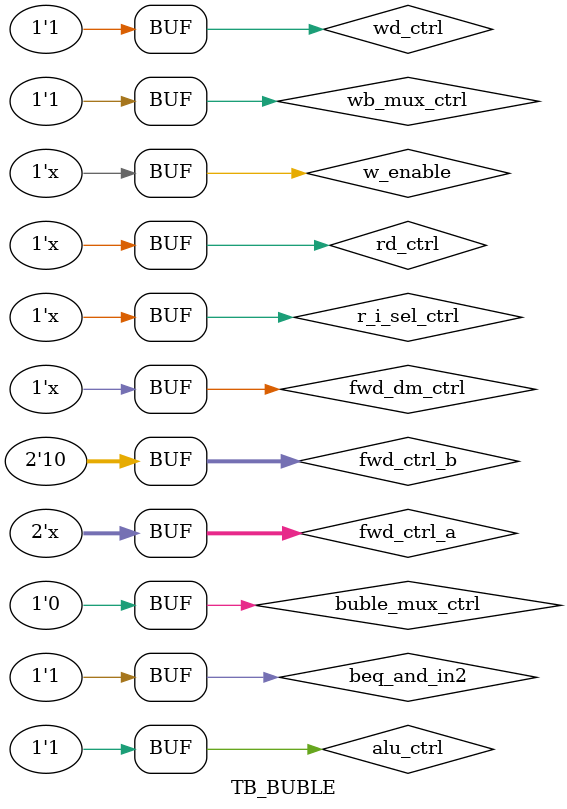
<source format=v>
module TB_BUBLE();
reg w_enable,alu_ctrl,buble_mux_ctrl,r_i_sel_ctrl,rd_ctrl,wd_ctrl,wb_mux_ctrl,fwd_dm_ctrl,beq_and_in2;
reg [1:0] fwd_ctrl_a,fwd_ctrl_b;
wire o_w_enable,o_alu_ctrl,o_r_i_sel_ctrl,o_rd_ctrl,o_wd_ctrl,o_wb_mux_ctrl,o_fwd_dm_ctrl,o_beq_and_in2;
wire [1:0] o_fwd_ctrl_a,o_fwd_ctrl_b;

 BUBLE BUB(w_enable,alu_ctrl,buble_mux_ctrl,r_i_sel_ctrl,rd_ctrl,wd_ctrl,wb_mux_ctrl,fwd_dm_ctrl,beq_and_in2, 
fwd_ctrl_a,fwd_ctrl_b,o_w_enable,o_alu_ctrl,o_r_i_sel_ctrl,o_rd_ctrl,o_wd_ctrl,o_wb_mux_ctrl,
o_fwd_dm_ctrl,o_beq_and_in2,o_fwd_ctrl_a,o_fwd_ctrl_b);

initial
begin
#100
buble_mux_ctrl = 1'b1;
w_enable = 1'b1;
alu_ctrl = 1'b1;
r_i_sel_ctrl = 1'b1;
rd_ctrl = 1'b1;
wd_ctrl = 1'b1;
wb_mux_ctrl = 1'b1;
fwd_dm_ctrl = 1'b1;
beq_and_in2 = 1'b1;
fwd_ctrl_a = 2'b10;
fwd_ctrl_b = 2'b10;


#100
buble_mux_ctrl = 1'b0;
w_enable = 1'b1;
alu_ctrl = 1'b1;
r_i_sel_ctrl = 1'b1;
rd_ctrl = 1'b1;
wd_ctrl = 1'b1;
wb_mux_ctrl = 1'b1;
fwd_dm_ctrl = 1'b1;
beq_and_in2 = 1'b1;
fwd_ctrl_a = 2'b10;
fwd_ctrl_b = 2'b10;

#100
buble_mux_ctrl = 1'bX;
w_enable = 1'b1;
alu_ctrl = 1'b1;
r_i_sel_ctrl = 1'b1;
rd_ctrl = 1'b1;
wd_ctrl = 1'b1;
wb_mux_ctrl = 1'b1;
fwd_dm_ctrl = 1'b1;
beq_and_in2 = 1'b1;
fwd_ctrl_a = 2'b10;
fwd_ctrl_b = 2'b10;

#100
buble_mux_ctrl = 1'b1;
w_enable = 1'bX;
alu_ctrl = 1'b1;
r_i_sel_ctrl = 1'bX;
rd_ctrl = 1'bX;
wd_ctrl = 1'b1;
wb_mux_ctrl = 1'b1;
fwd_dm_ctrl = 1'bX;
beq_and_in2 = 1'b1;
fwd_ctrl_a = 2'bXX;
fwd_ctrl_b = 2'b10;

#100
buble_mux_ctrl = 1'b0;
w_enable = 1'bX;
alu_ctrl = 1'b1;
r_i_sel_ctrl = 1'bX;
rd_ctrl = 1'bX;
wd_ctrl = 1'b1;
wb_mux_ctrl = 1'b1;
fwd_dm_ctrl = 1'bX;
beq_and_in2 = 1'b1;
fwd_ctrl_a = 2'bXX;
fwd_ctrl_b = 2'b10;
end
endmodule

</source>
